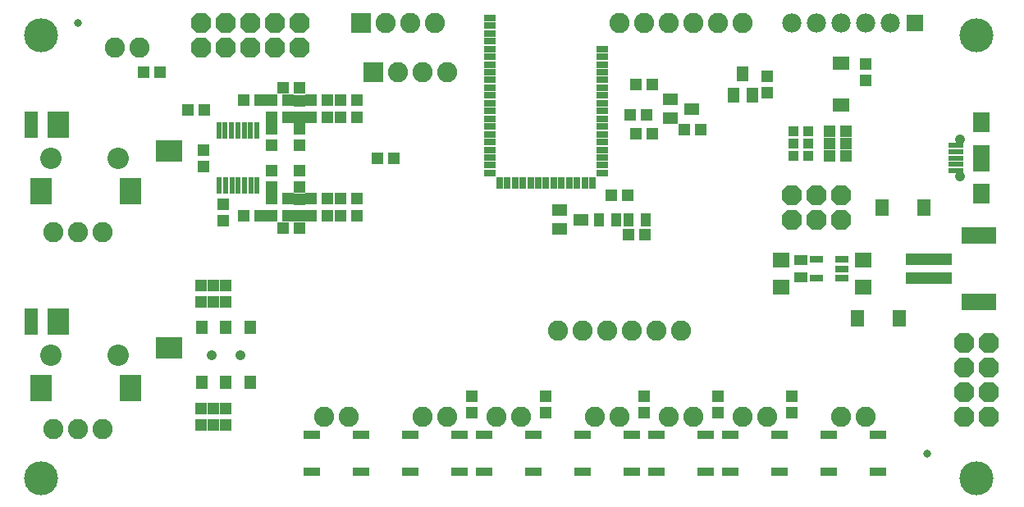
<source format=gbr>
G04 EAGLE Gerber RS-274X export*
G75*
%MOMM*%
%FSLAX34Y34*%
%LPD*%
%INSoldermask Top*%
%IPPOS*%
%AMOC8*
5,1,8,0,0,1.08239X$1,22.5*%
G01*
%ADD10R,1.203200X0.803200*%
%ADD11R,0.803200X1.203200*%
%ADD12R,1.603200X1.203200*%
%ADD13R,1.403200X0.753200*%
%ADD14R,1.303200X1.203200*%
%ADD15R,1.403200X1.003200*%
%ADD16R,1.803200X1.603200*%
%ADD17R,1.003200X1.003200*%
%ADD18R,1.203200X1.303200*%
%ADD19R,1.203200X1.603200*%
%ADD20C,2.082800*%
%ADD21R,1.003200X1.403200*%
%ADD22R,1.473200X1.673200*%
%ADD23R,1.673200X1.473200*%
%ADD24R,4.803200X1.203200*%
%ADD25R,3.603200X1.803200*%
%ADD26R,2.203200X2.703200*%
%ADD27R,2.703200X2.203200*%
%ADD28R,1.403200X2.703200*%
%ADD29C,2.203200*%
%ADD30R,0.553200X1.803200*%
%ADD31R,1.603200X0.603200*%
%ADD32C,1.053200*%
%ADD33R,1.700000X2.000000*%
%ADD34R,1.700000X2.700000*%
%ADD35R,2.082800X2.082800*%
%ADD36R,1.727200X0.965200*%
%ADD37P,2.254402X8X22.500000*%
%ADD38P,2.254402X8X292.500000*%
%ADD39R,1.203200X1.353200*%
%ADD40R,1.812800X1.812800*%
%ADD41C,1.981200*%
%ADD42C,3.505200*%
%ADD43C,0.838200*%


D10*
X488100Y500100D03*
X488100Y492100D03*
X488100Y484100D03*
X488100Y476100D03*
X488100Y468100D03*
X488100Y460100D03*
X488100Y452100D03*
X488100Y444100D03*
X488100Y436100D03*
X488100Y428100D03*
X488100Y420100D03*
X488100Y412100D03*
X488100Y404100D03*
X488100Y396100D03*
X488100Y388100D03*
X488100Y380100D03*
X488100Y372100D03*
X488100Y364100D03*
X488100Y356100D03*
X488100Y348100D03*
X488100Y340100D03*
D11*
X498100Y330100D03*
X506100Y330100D03*
X514100Y330100D03*
X522100Y330100D03*
X530100Y330100D03*
X538100Y330100D03*
X546100Y330100D03*
X554100Y330100D03*
X562100Y330100D03*
X570100Y330100D03*
X578100Y330100D03*
X586100Y330100D03*
X594100Y330100D03*
D10*
X604100Y340100D03*
X604100Y348100D03*
X604100Y356100D03*
X604100Y364100D03*
X604100Y372100D03*
X604100Y380100D03*
X604100Y388100D03*
X604100Y396100D03*
X604100Y404100D03*
X604100Y412100D03*
X604100Y420100D03*
X604100Y428100D03*
X604100Y436100D03*
X604100Y444100D03*
X604100Y452100D03*
X604100Y460100D03*
X604100Y468100D03*
D12*
X696800Y406400D03*
X674800Y396900D03*
X674800Y415900D03*
D13*
X851201Y231800D03*
X851201Y241300D03*
X851201Y250800D03*
X825199Y250800D03*
X825199Y231800D03*
D14*
X688730Y384810D03*
X705730Y384810D03*
X838590Y383540D03*
X855590Y383540D03*
D15*
X808990Y232300D03*
X808990Y250300D03*
D16*
X873760Y250220D03*
X873760Y222220D03*
D17*
X801490Y383540D03*
X816490Y383540D03*
X801490Y358140D03*
X816490Y358140D03*
X801490Y370840D03*
X816490Y370840D03*
D14*
X838590Y370840D03*
X855590Y370840D03*
X838590Y358140D03*
X855590Y358140D03*
D18*
X876300Y453000D03*
X876300Y436000D03*
D19*
X749300Y442800D03*
X758800Y420800D03*
X739800Y420800D03*
D14*
X639200Y431800D03*
X656200Y431800D03*
D18*
X774700Y440300D03*
X774700Y423300D03*
D16*
X788670Y250220D03*
X788670Y222220D03*
D14*
X632850Y400050D03*
X649850Y400050D03*
X639200Y381000D03*
X656200Y381000D03*
D20*
X749300Y495300D03*
X723900Y495300D03*
X698500Y495300D03*
X673100Y495300D03*
X647700Y495300D03*
X622300Y495300D03*
D14*
X630800Y317500D03*
X613800Y317500D03*
D12*
X582500Y292100D03*
X560500Y282600D03*
X560500Y301600D03*
D21*
X618600Y292100D03*
X600600Y292100D03*
X649080Y292100D03*
X631080Y292100D03*
D14*
X648580Y276860D03*
X631580Y276860D03*
D22*
X910500Y190500D03*
X867500Y190500D03*
D23*
X850900Y453300D03*
X850900Y410300D03*
D22*
X935900Y304800D03*
X892900Y304800D03*
D24*
X940900Y251300D03*
X940900Y231300D03*
D25*
X992900Y275300D03*
X992900Y207300D03*
D26*
X25000Y321100D03*
X117000Y321100D03*
X43000Y390100D03*
D27*
X157500Y363100D03*
D28*
X15000Y390100D03*
D29*
X35000Y355600D03*
X105000Y355600D03*
D26*
X25000Y117900D03*
X117000Y117900D03*
X43000Y186900D03*
D27*
X157500Y159900D03*
D28*
X15000Y186900D03*
D29*
X35000Y152400D03*
X105000Y152400D03*
D30*
X228100Y383600D03*
X228600Y327600D03*
X235100Y327600D03*
X241600Y327600D03*
X248100Y327600D03*
X222100Y327600D03*
X215600Y327600D03*
X209100Y327600D03*
X234600Y383600D03*
X241100Y383600D03*
X247600Y383600D03*
X221600Y383600D03*
X215100Y383600D03*
X208600Y383600D03*
D18*
X292100Y414900D03*
X292100Y397900D03*
X262890Y385690D03*
X262890Y368690D03*
D14*
X303920Y415290D03*
X320920Y415290D03*
D18*
X292100Y385690D03*
X292100Y368690D03*
D14*
X263280Y415290D03*
X280280Y415290D03*
X303920Y397510D03*
X320920Y397510D03*
X263280Y397510D03*
X280280Y397510D03*
X274710Y427990D03*
X291710Y427990D03*
X234070Y415290D03*
X251070Y415290D03*
D18*
X292100Y313300D03*
X292100Y296300D03*
X262890Y342510D03*
X262890Y325510D03*
D14*
X303920Y313690D03*
X320920Y313690D03*
D18*
X292100Y342510D03*
X292100Y325510D03*
D14*
X263280Y313690D03*
X280280Y313690D03*
X303920Y295910D03*
X320920Y295910D03*
X263280Y295910D03*
X280280Y295910D03*
X274710Y283210D03*
X291710Y283210D03*
X234070Y295910D03*
X251070Y295910D03*
D18*
X193040Y347100D03*
X193040Y364100D03*
D14*
X193920Y405130D03*
X176920Y405130D03*
D18*
X213360Y308220D03*
X213360Y291220D03*
X190500Y207400D03*
X190500Y224400D03*
X203200Y224400D03*
X203200Y207400D03*
X215900Y207400D03*
X215900Y224400D03*
X190500Y97400D03*
X190500Y80400D03*
X203200Y80400D03*
X203200Y97400D03*
X215900Y97400D03*
X215900Y80400D03*
D31*
X968680Y355600D03*
X968680Y349100D03*
X968680Y342600D03*
X968680Y362100D03*
X968680Y368600D03*
D32*
X973680Y336600D03*
X973680Y374600D03*
D33*
X995680Y318760D03*
X995680Y392440D03*
D34*
X995680Y355600D03*
D20*
X317500Y88900D03*
X342900Y88900D03*
X495300Y88900D03*
X520700Y88900D03*
X419100Y88900D03*
X444500Y88900D03*
X673100Y88900D03*
X698500Y88900D03*
X596900Y88900D03*
X622300Y88900D03*
X749300Y88900D03*
X774700Y88900D03*
D35*
X355600Y495300D03*
D20*
X381000Y495300D03*
X406400Y495300D03*
X431800Y495300D03*
D36*
X304800Y69850D03*
X355600Y69850D03*
X304800Y31750D03*
X355600Y31750D03*
X482600Y69850D03*
X533400Y69850D03*
X482600Y31750D03*
X533400Y31750D03*
X406400Y69850D03*
X457200Y69850D03*
X406400Y31750D03*
X457200Y31750D03*
X660400Y69850D03*
X711200Y69850D03*
X660400Y31750D03*
X711200Y31750D03*
X584200Y69850D03*
X635000Y69850D03*
X584200Y31750D03*
X635000Y31750D03*
X736600Y69850D03*
X787400Y69850D03*
X736600Y31750D03*
X787400Y31750D03*
D37*
X800100Y292100D03*
X800100Y317500D03*
X825500Y292100D03*
X825500Y317500D03*
X850900Y292100D03*
X850900Y317500D03*
D38*
X977900Y165100D03*
X1003300Y165100D03*
X977900Y139700D03*
X1003300Y139700D03*
X977900Y114300D03*
X1003300Y114300D03*
X977900Y88900D03*
X1003300Y88900D03*
D20*
X685800Y177800D03*
X660400Y177800D03*
X635000Y177800D03*
X609600Y177800D03*
X584200Y177800D03*
X558800Y177800D03*
D39*
X190900Y124150D03*
X215900Y124150D03*
X240900Y124150D03*
X190900Y180650D03*
X215900Y180650D03*
X240900Y180650D03*
D32*
X200900Y152400D03*
X230900Y152400D03*
D14*
X351400Y415290D03*
X334400Y415290D03*
X351400Y397510D03*
X334400Y397510D03*
X351400Y313690D03*
X334400Y313690D03*
X351400Y295910D03*
X334400Y295910D03*
D37*
X190500Y469900D03*
X190500Y495300D03*
X215900Y469900D03*
X215900Y495300D03*
X241300Y469900D03*
X241300Y495300D03*
X266700Y469900D03*
X266700Y495300D03*
X292100Y469900D03*
X292100Y495300D03*
D40*
X927100Y495300D03*
D41*
X901700Y495300D03*
X876300Y495300D03*
X850900Y495300D03*
X825500Y495300D03*
X800100Y495300D03*
D42*
X990600Y482600D03*
X990600Y25400D03*
X25400Y25400D03*
X25400Y482600D03*
D35*
X368300Y444500D03*
D20*
X393700Y444500D03*
X419100Y444500D03*
X444500Y444500D03*
X38100Y76200D03*
X63500Y76200D03*
X88900Y76200D03*
X38100Y279400D03*
X63500Y279400D03*
X88900Y279400D03*
D14*
X131200Y444500D03*
X148200Y444500D03*
D20*
X101600Y469900D03*
X127000Y469900D03*
D18*
X546100Y93100D03*
X546100Y110100D03*
X469900Y93100D03*
X469900Y110100D03*
X723900Y93100D03*
X723900Y110100D03*
X647700Y93100D03*
X647700Y110100D03*
X800100Y93100D03*
X800100Y110100D03*
D20*
X850900Y88900D03*
X876300Y88900D03*
D36*
X838200Y69850D03*
X889000Y69850D03*
X838200Y31750D03*
X889000Y31750D03*
D14*
X372500Y355600D03*
X389500Y355600D03*
D43*
X63500Y495300D03*
X939800Y50800D03*
M02*

</source>
